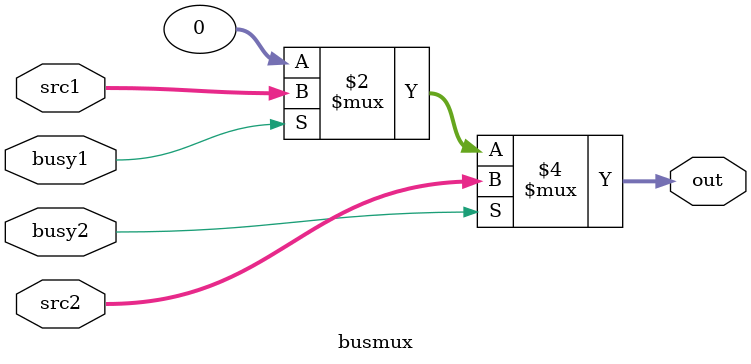
<source format=v>
`timescale 1ns / 1ps


module busmux (
    input wire busy1,
    input wire busy2,
    input wire [31:0] src1,
    input wire [31:0] src2,
    output reg [31:0] out
);

always @(*) begin
    out <= 32'h00000000;
    if (busy1) out <= src1;
    if (busy2) out <= src2;
end

endmodule

</source>
